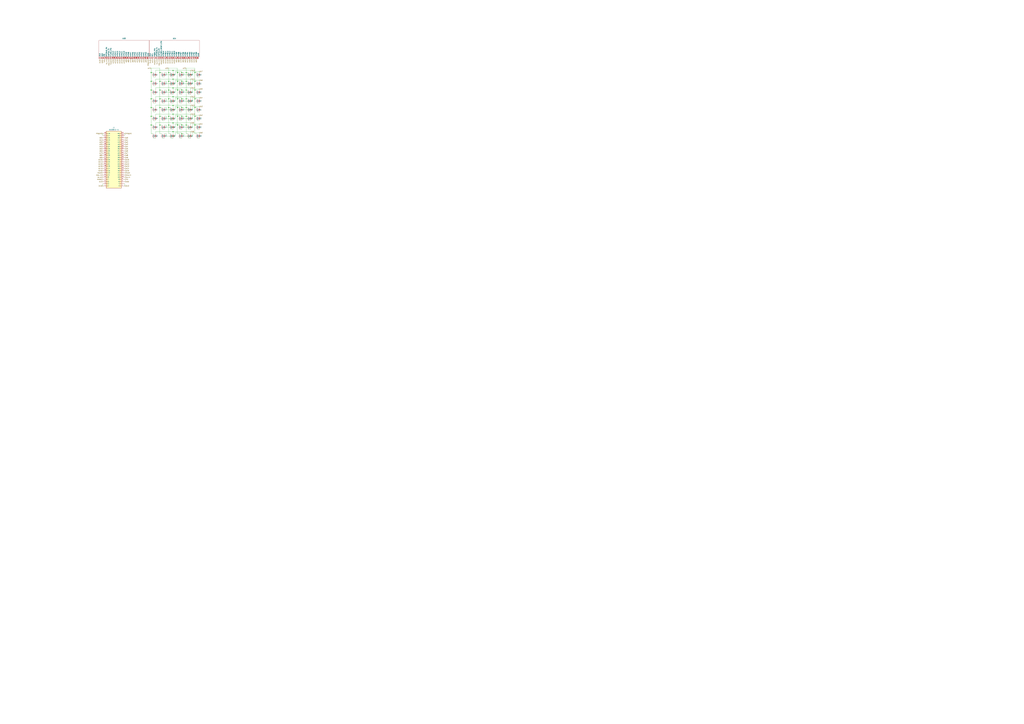
<source format=kicad_sch>
(kicad_sch (version 20230121) (generator eeschema)
  (paper "A0")
  (junction (at 175.514 124.968))
  (junction (at 216.154 94.488))
  (junction (at 211.074 135.128))
  (junction (at 185.674 94.488))
  (junction (at 226.314 124.968))
  (junction (at 185.674 145.288))
  (junction (at 175.514 145.288))
  (junction (at 211.074 124.968))
  (junction (at 200.914 102.108))
  (junction (at 195.834 104.648))
  (junction (at 205.994 145.288))
  (junction (at 200.914 91.948))
  (junction (at 216.154 84.328))
  (junction (at 200.914 122.428))
  (junction (at 185.674 84.328))
  (junction (at 195.834 124.968))
  (junction (at 195.834 145.288))
  (junction (at 211.074 104.648))
  (junction (at 195.834 94.488))
  (junction (at 216.154 145.288))
  (junction (at 211.074 84.328))
  (junction (at 205.994 114.808))
  (junction (at 175.514 114.808))
  (junction (at 200.914 132.588))
  (junction (at 195.834 84.328))
  (junction (at 200.914 81.788))
  (junction (at 216.154 124.968))
  (junction (at 200.914 112.268))
  (junction (at 185.674 124.968))
  (junction (at 226.314 135.128))
  (junction (at 185.674 135.128))
  (junction (at 211.074 94.488))
  (junction (at 211.074 114.808))
  (junction (at 205.994 124.968))
  (junction (at 185.674 104.648))
  (junction (at 211.074 145.288))
  (junction (at 216.154 114.808))
  (junction (at 195.834 114.808))
  (junction (at 185.674 114.808))
  (junction (at 205.994 84.328))
  (junction (at 175.514 104.648))
  (junction (at 216.154 104.648))
  (junction (at 200.914 152.908))
  (junction (at 205.994 94.488))
  (junction (at 175.514 135.128))
  (junction (at 216.154 135.128))
  (junction (at 211.074 155.448))
  (junction (at 226.314 114.808))
  (junction (at 205.994 135.128))
  (junction (at 205.994 104.648))
  (junction (at 226.314 145.288))
  (junction (at 226.314 104.648))
  (junction (at 200.914 142.748))
  (junction (at 175.514 84.328))
  (junction (at 226.314 94.488))
  (junction (at 195.834 135.128))
  (junction (at 175.514 94.488))
  (junction (at 226.314 84.328))
  (wire (pts (xy 216.154 79.248) (xy 216.154 84.328)))
  (wire (pts (xy 213.614 114.808) (xy 213.614 117.348)))
  (wire (pts (xy 211.074 144.018) (xy 211.074 145.288)))
  (wire (pts (xy 223.774 86.868) (xy 223.774 83.058)))
  (wire (pts (xy 213.614 94.488) (xy 213.614 97.028)))
  (wire (pts (xy 200.914 81.788) (xy 221.234 81.788)))
  (wire (pts (xy 188.214 150.368) (xy 190.754 150.368)))
  (wire (pts (xy 185.674 114.808) (xy 188.214 114.808)))
  (wire (pts (xy 231.394 83.058) (xy 231.394 84.328)))
  (wire (pts (xy 226.314 135.128) (xy 226.314 145.288)))
  (wire (pts (xy 213.614 97.028) (xy 223.774 97.028)))
  (wire (pts (xy 226.314 104.648) (xy 228.854 104.648)))
  (wire (pts (xy 205.994 114.808) (xy 205.994 124.968)))
  (wire (pts (xy 226.314 94.488) (xy 226.314 104.648)))
  (wire (pts (xy 211.074 155.448) (xy 213.614 155.448)))
  (wire (pts (xy 180.594 135.128) (xy 180.594 132.588)))
  (wire (pts (xy 205.994 145.288) (xy 205.994 155.448)))
  (wire (pts (xy 205.994 84.328) (xy 205.994 94.488)))
  (wire (pts (xy 190.754 145.288) (xy 193.294 145.288)))
  (wire (pts (xy 208.534 89.408) (xy 211.074 89.408)))
  (wire (pts (xy 228.854 119.888) (xy 231.394 119.888)))
  (wire (pts (xy 190.754 94.488) (xy 193.294 94.488)))
  (wire (pts (xy 193.294 86.868) (xy 203.454 86.868)))
  (wire (pts (xy 198.374 140.208) (xy 200.914 140.208)))
  (wire (pts (xy 216.154 135.128) (xy 218.694 135.128)))
  (wire (pts (xy 195.834 135.128) (xy 195.834 145.288)))
  (wire (pts (xy 203.454 97.028) (xy 203.454 93.218)))
  (wire (pts (xy 178.054 84.328) (xy 175.514 84.328)))
  (wire (pts (xy 216.154 94.488) (xy 216.154 104.648)))
  (wire (pts (xy 213.614 135.128) (xy 213.614 137.668)))
  (wire (pts (xy 180.594 81.788) (xy 200.914 81.788)))
  (wire (pts (xy 218.694 160.528) (xy 221.234 160.528)))
  (wire (pts (xy 195.834 79.248) (xy 195.834 84.328)))
  (wire (pts (xy 226.314 124.968) (xy 228.854 124.968)))
  (wire (pts (xy 213.614 117.348) (xy 223.774 117.348)))
  (wire (pts (xy 175.514 155.448) (xy 178.054 155.448)))
  (wire (pts (xy 193.294 97.028) (xy 203.454 97.028)))
  (wire (pts (xy 226.314 135.128) (xy 228.854 135.128)))
  (wire (pts (xy 180.594 114.808) (xy 180.594 112.268)))
  (wire (pts (xy 200.914 112.268) (xy 221.234 112.268)))
  (wire (pts (xy 178.054 150.368) (xy 180.594 150.368)))
  (wire (pts (xy 188.214 160.528) (xy 190.754 160.528)))
  (wire (pts (xy 211.074 84.328) (xy 213.614 84.328)))
  (wire (pts (xy 213.614 145.288) (xy 213.614 147.828)))
  (wire (pts (xy 211.074 124.968) (xy 213.614 124.968)))
  (wire (pts (xy 203.454 157.988) (xy 203.454 154.178)))
  (wire (pts (xy 195.834 124.968) (xy 195.834 135.128)))
  (wire (pts (xy 213.614 86.868) (xy 223.774 86.868)))
  (wire (pts (xy 178.054 99.568) (xy 180.594 99.568)))
  (wire (pts (xy 216.154 114.808) (xy 218.694 114.808)))
  (wire (pts (xy 200.914 145.288) (xy 200.914 142.748)))
  (wire (pts (xy 216.154 94.488) (xy 218.694 94.488)))
  (wire (pts (xy 185.674 104.648) (xy 185.674 114.808)))
  (wire (pts (xy 211.074 113.538) (xy 211.074 114.808)))
  (wire (pts (xy 223.774 147.828) (xy 223.774 144.018)))
  (wire (pts (xy 193.294 84.328) (xy 193.294 86.868)))
  (wire (pts (xy 221.234 104.648) (xy 221.234 102.108)))
  (wire (pts (xy 205.994 79.248) (xy 195.834 79.248)))
  (wire (pts (xy 193.294 145.288) (xy 193.294 147.828)))
  (wire (pts (xy 226.314 114.808) (xy 226.314 124.968)))
  (wire (pts (xy 193.294 135.128) (xy 193.294 137.668)))
  (wire (pts (xy 198.374 119.888) (xy 200.914 119.888)))
  (wire (pts (xy 213.614 84.328) (xy 213.614 86.868)))
  (wire (pts (xy 205.994 94.488) (xy 208.534 94.488)))
  (wire (pts (xy 223.774 127.508) (xy 223.774 123.698)))
  (wire (pts (xy 221.234 102.108) (xy 200.914 102.108)))
  (wire (pts (xy 203.454 147.828) (xy 203.454 144.018)))
  (wire (pts (xy 193.294 117.348) (xy 203.454 117.348)))
  (wire (pts (xy 221.234 81.788) (xy 221.234 84.328)))
  (wire (pts (xy 226.314 84.328) (xy 226.314 79.248)))
  (wire (pts (xy 213.614 147.828) (xy 223.774 147.828)))
  (wire (pts (xy 213.614 104.648) (xy 213.614 107.188)))
  (wire (pts (xy 198.374 89.408) (xy 200.914 89.408)))
  (wire (pts (xy 175.514 145.288) (xy 178.054 145.288)))
  (wire (pts (xy 144.78 213.487) (xy 144.78 216.027)))
  (wire (pts (xy 226.314 124.968) (xy 226.314 135.128)))
  (wire (pts (xy 208.534 130.048) (xy 211.074 130.048)))
  (wire (pts (xy 185.674 94.488) (xy 185.674 104.648)))
  (wire (pts (xy 180.594 91.948) (xy 180.594 94.488)))
  (wire (pts (xy 203.454 93.218) (xy 211.074 93.218)))
  (wire (pts (xy 193.294 147.828) (xy 203.454 147.828)))
  (wire (pts (xy 223.774 103.378) (xy 231.394 103.378)))
  (wire (pts (xy 190.754 114.808) (xy 193.294 114.808)))
  (wire (pts (xy 180.594 112.268) (xy 200.914 112.268)))
  (wire (pts (xy 180.594 122.428) (xy 180.594 124.968)))
  (wire (pts (xy 226.314 145.288) (xy 226.314 155.448)))
  (wire (pts (xy 228.854 150.368) (xy 231.394 150.368)))
  (wire (pts (xy 200.914 102.108) (xy 180.594 102.108)))
  (wire (pts (xy 203.454 123.698) (xy 211.074 123.698)))
  (wire (pts (xy 221.234 155.448) (xy 221.234 152.908)))
  (wire (pts (xy 175.514 135.128) (xy 175.514 145.288)))
  (wire (pts (xy 178.054 140.208) (xy 180.594 140.208)))
  (wire (pts (xy 223.774 117.348) (xy 223.774 113.538)))
  (wire (pts (xy 216.154 104.648) (xy 218.694 104.648)))
  (wire (pts (xy 180.594 142.748) (xy 180.594 145.288)))
  (wire (pts (xy 203.454 86.868) (xy 203.454 83.058)))
  (wire (pts (xy 180.594 102.108) (xy 180.594 104.648)))
  (wire (pts (xy 185.674 155.448) (xy 188.214 155.448)))
  (wire (pts (xy 228.854 99.568) (xy 231.394 99.568)))
  (wire (pts (xy 185.674 114.808) (xy 185.674 124.968)))
  (wire (pts (xy 223.774 137.668) (xy 223.774 133.858)))
  (wire (pts (xy 226.314 104.648) (xy 226.314 114.808)))
  (wire (pts (xy 231.394 113.538) (xy 231.394 114.808)))
  (wire (pts (xy 195.834 94.488) (xy 198.374 94.488)))
  (wire (pts (xy 211.074 154.178) (xy 211.074 155.448)))
  (wire (pts (xy 180.594 84.328) (xy 180.594 81.788)))
  (wire (pts (xy 198.374 84.328) (xy 195.834 84.328)))
  (wire (pts (xy 185.674 145.288) (xy 188.214 145.288)))
  (wire (pts (xy 175.514 135.128) (xy 178.054 135.128)))
  (wire (pts (xy 178.054 130.048) (xy 180.594 130.048)))
  (wire (pts (xy 200.914 132.588) (xy 221.234 132.588)))
  (wire (pts (xy 175.514 79.248) (xy 175.514 84.328)))
  (wire (pts (xy 208.534 140.208) (xy 211.074 140.208)))
  (wire (pts (xy 200.914 112.268) (xy 200.914 114.808)))
  (wire (pts (xy 190.754 104.648) (xy 193.294 104.648)))
  (wire (pts (xy 203.454 83.058) (xy 211.074 83.058)))
  (wire (pts (xy 200.914 142.748) (xy 180.594 142.748)))
  (wire (pts (xy 185.674 84.328) (xy 185.674 94.488)))
  (wire (pts (xy 203.454 117.348) (xy 203.454 113.538)))
  (wire (pts (xy 218.694 119.888) (xy 221.234 119.888)))
  (wire (pts (xy 231.394 154.178) (xy 231.394 155.448)))
  (wire (pts (xy 208.534 160.528) (xy 211.074 160.528)))
  (wire (pts (xy 175.514 104.648) (xy 175.514 114.808)))
  (wire (pts (xy 216.154 84.328) (xy 216.154 94.488)))
  (wire (pts (xy 144.78 155.067) (xy 144.78 157.607)))
  (wire (pts (xy 223.774 123.698) (xy 231.394 123.698)))
  (wire (pts (xy 211.074 104.648) (xy 213.614 104.648)))
  (wire (pts (xy 216.154 104.648) (xy 216.154 114.808)))
  (wire (pts (xy 200.914 122.428) (xy 200.914 124.968)))
  (wire (pts (xy 175.514 94.488) (xy 175.514 104.648)))
  (wire (pts (xy 226.314 79.248) (xy 216.154 79.248)))
  (wire (pts (xy 216.154 145.288) (xy 216.154 155.448)))
  (wire (pts (xy 203.454 137.668) (xy 203.454 133.858)))
  (wire (pts (xy 228.854 84.328) (xy 226.314 84.328)))
  (wire (pts (xy 185.674 124.968) (xy 185.674 135.128)))
  (wire (pts (xy 231.394 93.218) (xy 231.394 94.488)))
  (wire (pts (xy 213.614 157.988) (xy 223.774 157.988)))
  (wire (pts (xy 205.994 104.648) (xy 208.534 104.648)))
  (wire (pts (xy 213.614 107.188) (xy 223.774 107.188)))
  (wire (pts (xy 180.594 152.908) (xy 200.914 152.908)))
  (wire (pts (xy 175.514 84.328) (xy 175.514 94.488)))
  (wire (pts (xy 193.294 137.668) (xy 203.454 137.668)))
  (wire (pts (xy 195.834 155.448) (xy 198.374 155.448)))
  (wire (pts (xy 175.514 114.808) (xy 175.514 124.968)))
  (wire (pts (xy 193.294 94.488) (xy 193.294 97.028)))
  (wire (pts (xy 221.234 142.748) (xy 221.234 145.288)))
  (wire (pts (xy 228.854 130.048) (xy 231.394 130.048)))
  (wire (pts (xy 193.294 155.448) (xy 193.294 157.988)))
  (wire (pts (xy 203.454 154.178) (xy 211.074 154.178)))
  (wire (pts (xy 175.514 124.968) (xy 178.054 124.968)))
  (wire (pts (xy 218.694 99.568) (xy 221.234 99.568)))
  (wire (pts (xy 190.754 155.448) (xy 193.294 155.448)))
  (wire (pts (xy 218.694 84.328) (xy 216.154 84.328)))
  (wire (pts (xy 205.994 145.288) (xy 208.534 145.288)))
  (wire (pts (xy 203.454 103.378) (xy 211.074 103.378)))
  (wire (pts (xy 223.774 107.188) (xy 223.774 103.378)))
  (wire (pts (xy 198.374 130.048) (xy 200.914 130.048)))
  (wire (pts (xy 211.074 145.288) (xy 213.614 145.288)))
  (wire (pts (xy 195.834 104.648) (xy 198.374 104.648)))
  (wire (pts (xy 198.374 99.568) (xy 200.914 99.568)))
  (wire (pts (xy 195.834 94.488) (xy 195.834 104.648)))
  (wire (pts (xy 178.054 89.408) (xy 180.594 89.408)))
  (wire (pts (xy 205.994 94.488) (xy 205.994 104.648)))
  (wire (pts (xy 208.534 150.368) (xy 211.074 150.368)))
  (wire (pts (xy 200.914 104.648) (xy 200.914 102.108)))
  (wire (pts (xy 178.054 160.528) (xy 180.594 160.528)))
  (wire (pts (xy 198.374 150.368) (xy 200.914 150.368)))
  (wire (pts (xy 200.914 152.908) (xy 200.914 155.448)))
  (wire (pts (xy 221.234 135.128) (xy 221.234 132.588)))
  (wire (pts (xy 119.38 213.487) (xy 119.38 216.027)))
  (wire (pts (xy 216.154 114.808) (xy 216.154 124.968)))
  (wire (pts (xy 175.514 124.968) (xy 175.514 135.128)))
  (wire (pts (xy 185.674 135.128) (xy 185.674 145.288)))
  (wire (pts (xy 221.234 94.488) (xy 221.234 91.948)))
  (wire (pts (xy 226.314 114.808) (xy 228.854 114.808)))
  (wire (pts (xy 218.694 109.728) (xy 221.234 109.728)))
  (wire (pts (xy 218.694 89.408) (xy 221.234 89.408)))
  (wire (pts (xy 203.454 133.858) (xy 211.074 133.858)))
  (wire (pts (xy 195.834 104.648) (xy 195.834 114.808)))
  (wire (pts (xy 226.314 84.328) (xy 226.314 94.488)))
  (wire (pts (xy 211.074 93.218) (xy 211.074 94.488)))
  (wire (pts (xy 200.914 132.588) (xy 200.914 135.128)))
  (wire (pts (xy 226.314 94.488) (xy 228.854 94.488)))
  (wire (pts (xy 223.774 97.028) (xy 223.774 93.218)))
  (wire (pts (xy 190.754 124.968) (xy 193.294 124.968)))
  (wire (pts (xy 228.854 109.728) (xy 231.394 109.728)))
  (wire (pts (xy 208.534 99.568) (xy 211.074 99.568)))
  (wire (pts (xy 213.614 124.968) (xy 213.614 127.508)))
  (wire (pts (xy 198.374 109.728) (xy 200.914 109.728)))
  (wire (pts (xy 221.234 91.948) (xy 200.914 91.948)))
  (wire (pts (xy 216.154 155.448) (xy 218.694 155.448)))
  (wire (pts (xy 175.514 94.488) (xy 178.054 94.488)))
  (wire (pts (xy 200.914 94.488) (xy 200.914 91.948)))
  (wire (pts (xy 218.694 130.048) (xy 221.234 130.048)))
  (wire (pts (xy 195.834 135.128) (xy 198.374 135.128)))
  (wire (pts (xy 208.534 109.728) (xy 211.074 109.728)))
  (wire (pts (xy 211.074 114.808) (xy 213.614 114.808)))
  (wire (pts (xy 205.994 84.328) (xy 205.994 79.248)))
  (wire (pts (xy 221.234 124.968) (xy 221.234 122.428)))
  (wire (pts (xy 231.394 103.378) (xy 231.394 104.648)))
  (wire (pts (xy 188.214 140.208) (xy 190.754 140.208)))
  (wire (pts (xy 193.294 124.968) (xy 193.294 127.508)))
  (wire (pts (xy 205.994 114.808) (xy 208.534 114.808)))
  (wire (pts (xy 203.454 113.538) (xy 211.074 113.538)))
  (wire (pts (xy 205.994 135.128) (xy 205.994 145.288)))
  (wire (pts (xy 188.214 119.888) (xy 190.754 119.888)))
  (wire (pts (xy 216.154 145.288) (xy 218.694 145.288)))
  (wire (pts (xy 188.214 89.408) (xy 190.754 89.408)))
  (wire (pts (xy 193.294 157.988) (xy 203.454 157.988)))
  (wire (pts (xy 188.214 130.048) (xy 190.754 130.048)))
  (wire (pts (xy 213.614 127.508) (xy 223.774 127.508)))
  (wire (pts (xy 223.774 93.218) (xy 231.394 93.218)))
  (wire (pts (xy 185.674 135.128) (xy 188.214 135.128)))
  (wire (pts (xy 211.074 135.128) (xy 213.614 135.128)))
  (wire (pts (xy 203.454 107.188) (xy 203.454 103.378)))
  (wire (pts (xy 185.674 145.288) (xy 185.674 155.448)))
  (wire (pts (xy 211.074 83.058) (xy 211.074 84.328)))
  (wire (pts (xy 213.614 155.448) (xy 213.614 157.988)))
  (wire (pts (xy 185.674 124.968) (xy 188.214 124.968)))
  (wire (pts (xy 185.674 79.248) (xy 175.514 79.248)))
  (wire (pts (xy 231.394 144.018) (xy 231.394 145.288)))
  (wire (pts (xy 180.594 132.588) (xy 200.914 132.588)))
  (wire (pts (xy 218.694 150.368) (xy 221.234 150.368)))
  (wire (pts (xy 228.854 160.528) (xy 231.394 160.528)))
  (wire (pts (xy 175.514 114.808) (xy 178.054 114.808)))
  (wire (pts (xy 211.074 94.488) (xy 213.614 94.488)))
  (wire (pts (xy 193.294 114.808) (xy 193.294 117.348)))
  (wire (pts (xy 228.854 89.408) (xy 231.394 89.408)))
  (wire (pts (xy 211.074 103.378) (xy 211.074 104.648)))
  (wire (pts (xy 195.834 114.808) (xy 198.374 114.808)))
  (wire (pts (xy 221.234 142.748) (xy 200.914 142.748)))
  (wire (pts (xy 195.834 124.968) (xy 198.374 124.968)))
  (wire (pts (xy 195.834 145.288) (xy 198.374 145.288)))
  (wire (pts (xy 193.294 107.188) (xy 203.454 107.188)))
  (wire (pts (xy 223.774 157.988) (xy 223.774 154.178)))
  (wire (pts (xy 119.38 155.067) (xy 119.38 157.607)))
  (wire (pts (xy 208.534 84.328) (xy 205.994 84.328)))
  (wire (pts (xy 231.394 133.858) (xy 231.394 135.128)))
  (wire (pts (xy 178.054 119.888) (xy 180.594 119.888)))
  (wire (pts (xy 188.214 84.328) (xy 185.674 84.328)))
  (wire (pts (xy 221.234 114.808) (xy 221.234 112.268)))
  (wire (pts (xy 200.914 91.948) (xy 180.594 91.948)))
  (wire (pts (xy 200.914 84.328) (xy 200.914 81.788)))
  (wire (pts (xy 231.394 123.698) (xy 231.394 124.968)))
  (wire (pts (xy 226.314 145.288) (xy 228.854 145.288)))
  (wire (pts (xy 216.154 135.128) (xy 216.154 145.288)))
  (wire (pts (xy 180.594 155.448) (xy 180.594 152.908)))
  (wire (pts (xy 188.214 109.728) (xy 190.754 109.728)))
  (wire (pts (xy 216.154 124.968) (xy 216.154 135.128)))
  (wire (pts (xy 175.514 104.648) (xy 178.054 104.648)))
  (wire (pts (xy 185.674 104.648) (xy 188.214 104.648)))
  (wire (pts (xy 213.614 137.668) (xy 223.774 137.668)))
  (wire (pts (xy 218.694 140.208) (xy 221.234 140.208)))
  (wire (pts (xy 208.534 119.888) (xy 211.074 119.888)))
  (wire (pts (xy 211.074 123.698) (xy 211.074 124.968)))
  (wire (pts (xy 223.774 133.858) (xy 231.394 133.858)))
  (wire (pts (xy 203.454 127.508) (xy 203.454 123.698)))
  (wire (pts (xy 223.774 113.538) (xy 231.394 113.538)))
  (wire (pts (xy 178.054 109.728) (xy 180.594 109.728)))
  (wire (pts (xy 195.834 145.288) (xy 195.834 155.448)))
  (wire (pts (xy 188.214 99.568) (xy 190.754 99.568)))
  (wire (pts (xy 226.314 155.448) (xy 228.854 155.448)))
  (wire (pts (xy 175.514 145.288) (xy 175.514 155.448)))
  (wire (pts (xy 223.774 83.058) (xy 231.394 83.058)))
  (wire (pts (xy 185.674 84.328) (xy 185.674 79.248)))
  (wire (pts (xy 223.774 154.178) (xy 231.394 154.178)))
  (wire (pts (xy 195.834 84.328) (xy 195.834 94.488)))
  (wire (pts (xy 205.994 124.968) (xy 208.534 124.968)))
  (wire (pts (xy 195.834 114.808) (xy 195.834 124.968)))
  (wire (pts (xy 193.294 127.508) (xy 203.454 127.508)))
  (wire (pts (xy 211.074 133.858) (xy 211.074 135.128)))
  (wire (pts (xy 228.854 140.208) (xy 231.394 140.208)))
  (wire (pts (xy 205.994 135.128) (xy 208.534 135.128)))
  (wire (pts (xy 190.754 84.328) (xy 193.294 84.328)))
  (wire (pts (xy 203.454 144.018) (xy 211.074 144.018)))
  (wire (pts (xy 193.294 104.648) (xy 193.294 107.188)))
  (wire (pts (xy 205.994 104.648) (xy 205.994 114.808)))
  (wire (pts (xy 216.154 124.968) (xy 218.694 124.968)))
  (wire (pts (xy 185.674 94.488) (xy 188.214 94.488)))
  (wire (pts (xy 200.914 152.908) (xy 221.234 152.908)))
  (wire (pts (xy 205.994 155.448) (xy 208.534 155.448)))
  (wire (pts (xy 198.374 160.528) (xy 200.914 160.528)))
  (wire (pts (xy 205.994 124.968) (xy 205.994 135.128)))
  (wire (pts (xy 221.234 122.428) (xy 200.914 122.428)))
  (wire (pts (xy 190.754 135.128) (xy 193.294 135.128)))
  (wire (pts (xy 200.914 122.428) (xy 180.594 122.428)))
  (wire (pts (xy 223.774 144.018) (xy 231.394 144.018)))
  (hierarchical_label "b9" (shape input) (at 119.38 183.007 180))
  (hierarchical_label "b0" (shape input) (at 227.838 68.58 270))
  (hierarchical_label "a4" (shape input) (at 175.514 79.248 180))
  (hierarchical_label "b2" (shape input) (at 119.38 165.227 180))
  (hierarchical_label "a1" (shape input) (at 144.78 162.687 0))
  (hierarchical_label "a12" (shape input) (at 138.938 68.58 270))
  (hierarchical_label "b12" (shape input) (at 119.38 190.627 180))
  (hierarchical_label "b3" (shape input) (at 119.38 167.767 180))
  (hierarchical_label "a10" (shape input) (at 144.78 185.547 0))
  (hierarchical_label "a5" (shape input) (at 144.78 172.847 0))
  (hierarchical_label "mbgnd" (shape input) (at 144.78 155.067 0))
  (hierarchical_label "rp_tx" (shape input) (at 119.38 205.867 180))
  (hierarchical_label "a15" (shape input) (at 144.78 198.247 0))
  (hierarchical_label "a3" (shape input) (at 161.798 68.58 270))
  (hierarchical_label "rp_rx" (shape input) (at 144.78 205.867 0))
  (hierarchical_label "a4" (shape input) (at 144.78 170.307 0))
  (hierarchical_label "a8" (shape input) (at 144.78 180.467 0))
  (hierarchical_label "a14" (shape input) (at 133.858 68.58 270))
  (hierarchical_label "3v3" (shape input) (at 119.38 216.027 180))
  (hierarchical_label "a11" (shape input) (at 144.78 188.087 0))
  (hierarchical_label "mode" (shape input) (at 179.578 68.58 270))
  (hierarchical_label "a10" (shape input) (at 144.018 68.58 270))
  (hierarchical_label "esp_rx" (shape input) (at 184.658 68.58 270))
  (hierarchical_label "a13" (shape input) (at 144.78 193.167 0))
  (hierarchical_label "rp_tx" (shape input) (at 182.118 68.58 270))
  (hierarchical_label "b3" (shape input) (at 220.218 68.58 270))
  (hierarchical_label "a7" (shape input) (at 144.78 177.927 0))
  (hierarchical_label "a4" (shape input) (at 159.258 68.58 270))
  (hierarchical_label "b15" (shape input) (at 119.38 198.247 180))
  (hierarchical_label "b10" (shape input) (at 221.234 132.588 0))
  (hierarchical_label "b9" (shape input) (at 204.978 68.58 270))
  (hierarchical_label "b5" (shape input) (at 215.138 68.58 270))
  (hierarchical_label "b10" (shape input) (at 119.38 185.547 180))
  (hierarchical_label "b15" (shape input) (at 221.234 81.788 0))
  (hierarchical_label "a2" (shape input) (at 216.154 79.248 180))
  (hierarchical_label "a15" (shape input) (at 131.318 68.58 270))
  (hierarchical_label "b15" (shape input) (at 189.738 68.58 270))
  (hierarchical_label "a11" (shape input) (at 141.478 68.58 270))
  (hierarchical_label "b8" (shape input) (at 221.234 152.908 0))
  (hierarchical_label "b9" (shape input) (at 221.234 142.748 0))
  (hierarchical_label "a7" (shape input) (at 151.638 68.58 270))
  (hierarchical_label "b6" (shape input) (at 231.394 93.218 0))
  (hierarchical_label "b7" (shape input) (at 119.38 177.927 180))
  (hierarchical_label "b5" (shape input) (at 231.394 103.378 0))
  (hierarchical_label "scl" (shape input) (at 177.038 68.58 270))
  (hierarchical_label "esp_tx" (shape input) (at 144.78 203.327 0))
  (hierarchical_label "b1" (shape input) (at 225.298 68.58 270))
  (hierarchical_label "a14" (shape input) (at 144.78 195.707 0))
  (hierarchical_label "b8" (shape input) (at 207.518 68.58 270))
  (hierarchical_label "b4" (shape input) (at 217.678 68.58 270))
  (hierarchical_label "b7" (shape input) (at 231.394 83.058 0))
  (hierarchical_label "a9" (shape input) (at 146.558 68.58 270))
  (hierarchical_label "b13" (shape input) (at 221.234 102.108 0))
  (hierarchical_label "a5" (shape input) (at 156.718 68.58 270))
  (hierarchical_label "b14" (shape input) (at 119.38 195.707 180))
  (hierarchical_label "b1" (shape input) (at 231.394 144.018 0))
  (hierarchical_label "b13" (shape input) (at 119.38 193.167 180))
  (hierarchical_label "3v3" (shape input) (at 144.78 216.027 0))
  (hierarchical_label "a6" (shape input) (at 144.78 175.387 0))
  (hierarchical_label "b11" (shape input) (at 199.898 68.58 270))
  (hierarchical_label "b8" (shape input) (at 119.38 180.467 180))
  (hierarchical_label "b4" (shape input) (at 119.38 170.307 180))
  (hierarchical_label "a3" (shape input) (at 144.78 167.767 0))
  (hierarchical_label "esp_tx" (shape input) (at 126.238 68.58 270))
  (hierarchical_label "a1" (shape input) (at 166.878 68.58 270))
  (hierarchical_label "b4" (shape input) (at 231.394 113.538 0))
  (hierarchical_label "b11" (shape input) (at 119.38 188.087 180))
  (hierarchical_label "b2" (shape input) (at 231.394 133.858 0))
  (hierarchical_label "b0" (shape input) (at 119.38 160.147 180))
  (hierarchical_label "sda" (shape input) (at 118.618 68.58 270))
  (hierarchical_label "a8" (shape input) (at 149.098 68.58 270))
  (hierarchical_label "b12" (shape input) (at 221.234 112.268 0))
  (hierarchical_label "b3" (shape input) (at 231.394 123.698 0))
  (hierarchical_label "b6" (shape input) (at 119.38 175.387 180))
  (hierarchical_label "int" (shape input) (at 144.78 208.407 0))
  (hierarchical_label "a9" (shape input) (at 144.78 183.007 0))
  (hierarchical_label "reset" (shape input) (at 119.38 200.787 180))
  (hierarchical_label "mbgnd" (shape input) (at 119.38 155.067 180))
  (hierarchical_label "rp_rx" (shape input) (at 123.698 68.58 270))
  (hierarchical_label "b10" (shape input) (at 202.438 68.58 270))
  (hierarchical_label "b11" (shape input) (at 221.234 122.428 0))
  (hierarchical_label "a3" (shape input) (at 195.834 79.248 180))
  (hierarchical_label "a2" (shape input) (at 164.338 68.58 270))
  (hierarchical_label "3v3" (shape input) (at 174.498 68.58 270))
  (hierarchical_label "b14" (shape input) (at 192.278 68.58 270))
  (hierarchical_label "b12" (shape input) (at 197.358 68.58 270))
  (hierarchical_label "scl" (shape input) (at 119.38 210.947 180))
  (hierarchical_label "a13" (shape input) (at 136.398 68.58 270))
  (hierarchical_label "a0" (shape input) (at 169.418 68.58 270))
  (hierarchical_label "b2" (shape input) (at 222.758 68.58 270))
  (hierarchical_label "b0" (shape input) (at 231.394 154.178 0))
  (hierarchical_label "mode" (shape input) (at 119.38 208.407 180))
  (hierarchical_label "3v3" (shape input) (at 116.078 68.58 270))
  (hierarchical_label "sda" (shape input) (at 144.78 210.947 0))
  (hierarchical_label "mbgnd" (shape input) (at 171.958 68.58 270))
  (hierarchical_label "b6" (shape input) (at 212.598 68.58 270))
  (hierarchical_label "int" (shape input) (at 121.158 68.58 270))
  (hierarchical_label "a2" (shape input) (at 144.78 165.227 0))
  (hierarchical_label "b14" (shape input) (at 221.234 91.948 0))
  (hierarchical_label "a12" (shape input) (at 144.78 190.627 0))
  (hierarchical_label "a0" (shape input) (at 144.78 160.147 0))
  (hierarchical_label "a6" (shape input) (at 154.178 68.58 270))
  (hierarchical_label "b7" (shape input) (at 210.058 68.58 270))
  (hierarchical_label "b13" (shape input) (at 194.818 68.58 270))
  (hierarchical_label "flash" (shape input) (at 144.78 200.787 0))
  (hierarchical_label "esp_rx" (shape input) (at 119.38 203.327 180))
  (hierarchical_label "b1" (shape input) (at 119.38 162.687 180))
  (hierarchical_label "b5" (shape input) (at 119.38 172.847 180))
  (hierarchical_label "reset" (shape input) (at 187.198 68.58 270))
  (hierarchical_label "flash" (shape input) (at 128.778 68.58 270))
  (symbol (lib_name "diode_1") (lib_id "custom:diode") (at 231.394 117.348 270) (unit 1)
    (property "Reference" "D46" (at 233.172 117.348 0) (effects (font (size 0.635 0.635))))
    (property "Value" "~" (at 231.394 117.348 0))
    (property "Footprint" "footprints:SMA_SDS" (effects hide))
  )
  (symbol (lib_id "custom:SW_Push_Small") (at 208.534 147.828 90) (unit 1)
    (property "Reference" "SW33" (at 209.296 146.558 0) (effects (font (size 0.635 0.635)) (justify right)))
    (property "Value" "~" (at 208.534 147.828 0))
    (property "Footprint" "Button_Switch_SMD:SW_Tactile_SPST_NO_Straight_CK_PTS636Sx25SMTRLFS" (effects hide))
  )
  (symbol (lib_name "diode_1") (lib_id "custom:diode") (at 211.074 107.188 270) (unit 1)
    (property "Reference" "D29" (at 212.852 107.188 0) (effects (font (size 0.635 0.635))))
    (property "Value" "~" (at 211.074 107.188 0))
    (property "Footprint" "footprints:SMA_SDS" (effects hide))
  )
  (symbol (lib_id "custom:SW_Push_Small") (at 228.854 137.668 90) (unit 1)
    (property "Reference" "SW48" (at 229.616 136.398 0) (effects (font (size 0.635 0.635)) (justify right)))
    (property "Value" "~" (at 228.854 137.668 0))
    (property "Footprint" "Button_Switch_SMD:SW_Tactile_SPST_NO_Straight_CK_PTS636Sx25SMTRLFS" (effects hide))
  )
  (symbol (lib_name "diode_1") (lib_id "custom:diode") (at 221.234 86.868 270) (unit 1)
    (property "Reference" "D35" (at 223.012 86.868 0) (effects (font (size 0.635 0.635))))
    (property "Value" "~" (at 221.234 86.868 0))
    (property "Footprint" "footprints:SMA_SDS" (effects hide))
  )
  (symbol (lib_name "diode_1") (lib_id "custom:diode") (at 221.234 157.988 270) (unit 1)
    (property "Reference" "D42" (at 223.012 157.988 0) (effects (font (size 0.635 0.635))))
    (property "Value" "~" (at 221.234 157.988 0))
    (property "Footprint" "footprints:SMA_SDS" (effects hide))
  )
  (symbol (lib_name "diode_1") (lib_id "custom:diode") (at 221.234 137.668 270) (unit 1)
    (property "Reference" "D40" (at 223.012 137.668 0) (effects (font (size 0.635 0.635))))
    (property "Value" "~" (at 221.234 137.668 0))
    (property "Footprint" "footprints:SMA_SDS" (effects hide))
  )
  (symbol (lib_name "diode_1") (lib_id "custom:diode") (at 211.074 127.508 270) (unit 1)
    (property "Reference" "D31" (at 212.852 127.508 0) (effects (font (size 0.635 0.635))))
    (property "Value" "~" (at 211.074 127.508 0))
    (property "Footprint" "footprints:SMA_SDS" (effects hide))
  )
  (symbol (lib_name "diode_1") (lib_id "custom:diode") (at 231.394 127.508 270) (unit 1)
    (property "Reference" "D47" (at 233.172 127.508 0) (effects (font (size 0.635 0.635))))
    (property "Value" "~" (at 231.394 127.508 0))
    (property "Footprint" "footprints:SMA_SDS" (effects hide))
  )
  (symbol (lib_id "custom:SW_Push_Small") (at 178.054 157.988 90) (unit 1)
    (property "Reference" "SW10" (at 178.816 156.718 0) (effects (font (size 0.635 0.635)) (justify right)))
    (property "Value" "~" (at 178.054 157.988 0))
    (property "Footprint" "Button_Switch_SMD:SW_Tactile_SPST_NO_Straight_CK_PTS636Sx25SMTRLFS" (effects hide))
  )
  (symbol (lib_name "diode_1") (lib_id "custom:diode") (at 200.914 127.508 270) (unit 1)
    (property "Reference" "D23" (at 202.692 127.508 0) (effects (font (size 0.635 0.635))))
    (property "Value" "~" (at 200.914 127.508 0))
    (property "Footprint" "footprints:SMA_SDS" (effects hide))
  )
  (symbol (lib_name "diode_1") (lib_id "custom:diode") (at 200.914 137.668 270) (unit 1)
    (property "Reference" "D24" (at 202.692 137.668 0) (effects (font (size 0.635 0.635))))
    (property "Value" "~" (at 200.914 137.668 0))
    (property "Footprint" "footprints:SMA_SDS" (effects hide))
  )
  (symbol (lib_id "custom:SW_Push_Small") (at 198.374 147.828 90) (unit 1)
    (property "Reference" "SW25" (at 199.136 146.558 0) (effects (font (size 0.635 0.635)) (justify right)))
    (property "Value" "~" (at 198.374 147.828 0))
    (property "Footprint" "Button_Switch_SMD:SW_Tactile_SPST_NO_Straight_CK_PTS636Sx25SMTRLFS" (effects hide))
  )
  (symbol (lib_id "custom:SW_Push_Small") (at 188.214 117.348 90) (unit 1)
    (property "Reference" "SW14" (at 188.976 116.078 0) (effects (font (size 0.635 0.635)) (justify right)))
    (property "Value" "~" (at 188.214 117.348 0))
    (property "Footprint" "Button_Switch_SMD:SW_Tactile_SPST_NO_Straight_CK_PTS636Sx25SMTRLFS" (effects hide))
  )
  (symbol (lib_id "custom:SW_Push_Small") (at 218.694 86.868 90) (unit 1)
    (property "Reference" "SW35" (at 219.456 85.598 0) (effects (font (size 0.635 0.635)) (justify right)))
    (property "Value" "~" (at 218.694 86.868 0))
    (property "Footprint" "Button_Switch_SMD:SW_Tactile_SPST_NO_Straight_CK_PTS636Sx25SMTRLFS" (effects hide))
  )
  (symbol (lib_name "diode_1") (lib_id "custom:diode") (at 231.394 147.828 270) (unit 1)
    (property "Reference" "D49" (at 233.172 147.828 0) (effects (font (size 0.635 0.635))))
    (property "Value" "~" (at 231.394 147.828 0))
    (property "Footprint" "footprints:SMA_SDS" (effects hide))
  )
  (symbol (lib_id "custom:SW_Push_Small") (at 218.694 117.348 90) (unit 1)
    (property "Reference" "SW38" (at 219.456 116.078 0) (effects (font (size 0.635 0.635)) (justify right)))
    (property "Value" "~" (at 218.694 117.348 0))
    (property "Footprint" "Button_Switch_SMD:SW_Tactile_SPST_NO_Straight_CK_PTS636Sx25SMTRLFS" (effects hide))
  )
  (symbol (lib_name "diode_1") (lib_id "custom:diode") (at 231.394 157.988 270) (unit 1)
    (property "Reference" "D50" (at 233.172 157.988 0) (effects (font (size 0.635 0.635))))
    (property "Value" "~" (at 231.394 157.988 0))
    (property "Footprint" "footprints:SMA_SDS" (effects hide))
  )
  (symbol (lib_name "diode_1") (lib_id "custom:diode") (at 180.594 117.348 270) (unit 1)
    (property "Reference" "D6" (at 182.372 117.348 0) (effects (font (size 0.635 0.635))))
    (property "Value" "~" (at 180.594 117.348 0))
    (property "Footprint" "footprints:SMA_SDS" (effects hide))
  )
  (symbol (lib_name "diode_1") (lib_id "custom:diode") (at 211.074 117.348 270) (unit 1)
    (property "Reference" "D30" (at 212.852 117.348 0) (effects (font (size 0.635 0.635))))
    (property "Value" "~" (at 211.074 117.348 0))
    (property "Footprint" "footprints:SMA_SDS" (effects hide))
  )
  (symbol (lib_name "diode_1") (lib_id "custom:diode") (at 180.594 97.028 270) (unit 1)
    (property "Reference" "D4" (at 182.372 97.028 0) (effects (font (size 0.635 0.635))))
    (property "Value" "~" (at 180.594 97.028 0))
    (property "Footprint" "footprints:SMA_SDS" (effects hide))
  )
  (symbol (lib_id "custom:SW_Push_Small") (at 208.534 127.508 90) (unit 1)
    (property "Reference" "SW31" (at 209.296 126.238 0) (effects (font (size 0.635 0.635)) (justify right)))
    (property "Value" "~" (at 208.534 127.508 0))
    (property "Footprint" "Button_Switch_SMD:SW_Tactile_SPST_NO_Straight_CK_PTS636Sx25SMTRLFS" (effects hide))
  )
  (symbol (lib_id "custom:SW_Push_Small") (at 188.214 137.668 90) (unit 1)
    (property "Reference" "SW16" (at 188.976 136.398 0) (effects (font (size 0.635 0.635)) (justify right)))
    (property "Value" "~" (at 188.214 137.668 0))
    (property "Footprint" "Button_Switch_SMD:SW_Tactile_SPST_NO_Straight_CK_PTS636Sx25SMTRLFS" (effects hide))
  )
  (symbol (lib_name "diode_1") (lib_id "custom:diode") (at 231.394 107.188 270) (unit 1)
    (property "Reference" "D45" (at 233.172 107.188 0) (effects (font (size 0.635 0.635))))
    (property "Value" "~" (at 231.394 107.188 0))
    (property "Footprint" "footprints:SMA_SDS" (effects hide))
  )
  (symbol (lib_name "diode_1") (lib_id "custom:diode") (at 231.394 97.028 270) (unit 1)
    (property "Reference" "D44" (at 233.172 97.028 0) (effects (font (size 0.635 0.635))))
    (property "Value" "~" (at 231.394 97.028 0))
    (property "Footprint" "footprints:SMA_SDS" (effects hide))
  )
  (symbol (lib_id "custom:SW_Push_Small") (at 228.854 107.188 90) (unit 1)
    (property "Reference" "SW45" (at 229.616 105.918 0) (effects (font (size 0.635 0.635)) (justify right)))
    (property "Value" "~" (at 228.854 107.188 0))
    (property "Footprint" "Button_Switch_SMD:SW_Tactile_SPST_NO_Straight_CK_PTS636Sx25SMTRLFS" (effects hide))
  )
  (symbol (lib_id "custom:SW_Push_Small") (at 228.854 157.988 90) (unit 1)
    (property "Reference" "SW50" (at 229.616 156.718 0) (effects (font (size 0.635 0.635)) (justify right)))
    (property "Value" "~" (at 228.854 157.988 0))
    (property "Footprint" "Button_Switch_SMD:SW_Tactile_SPST_NO_Straight_CK_PTS636Sx25SMTRLFS" (effects hide))
  )
  (symbol (lib_id "custom:SW_Push_Small") (at 198.374 157.988 90) (unit 1)
    (property "Reference" "SW26" (at 199.136 156.718 0) (effects (font (size 0.635 0.635)) (justify right)))
    (property "Value" "~" (at 198.374 157.988 0))
    (property "Footprint" "Button_Switch_SMD:SW_Tactile_SPST_NO_Straight_CK_PTS636Sx25SMTRLFS" (effects hide))
  )
  (symbol (lib_id "custom:edge-connector") (at 202.438 56.515 90) (unit 1)
    (property "Reference" "U1" (at 202.438 44.704 90))
    (property "Value" "~" (at 180.1964 63.0953 0))
    (property "Footprint" "5530843_5:edge" (effects hide))
  )
  (symbol (lib_name "diode_1") (lib_id "custom:diode") (at 180.594 157.988 270) (unit 1)
    (property "Reference" "D10" (at 182.372 157.988 0) (effects (font (size 0.635 0.635))))
    (property "Value" "~" (at 180.594 157.988 0))
    (property "Footprint" "footprints:SMA_SDS" (effects hide))
  )
  (symbol (lib_id "custom:SW_Push_Small") (at 228.854 97.028 90) (unit 1)
    (property "Reference" "SW44" (at 229.616 95.758 0) (effects (font (size 0.635 0.635)) (justify right)))
    (property "Value" "~" (at 228.854 97.028 0))
    (property "Footprint" "Button_Switch_SMD:SW_Tactile_SPST_NO_Straight_CK_PTS636Sx25SMTRLFS" (effects hide))
  )
  (symbol (lib_name "diode_1") (lib_id "custom:diode") (at 221.234 147.828 270) (unit 1)
    (property "Reference" "D41" (at 223.012 147.828 0) (effects (font (size 0.635 0.635))))
    (property "Value" "~" (at 221.234 147.828 0))
    (property "Footprint" "footprints:SMA_SDS" (effects hide))
  )
  (symbol (lib_name "diode_1") (lib_id "custom:diode") (at 180.594 127.508 270) (unit 1)
    (property "Reference" "D7" (at 182.372 127.508 0) (effects (font (size 0.635 0.635))))
    (property "Value" "~" (at 180.594 127.508 0))
    (property "Footprint" "footprints:SMA_SDS" (effects hide))
  )
  (symbol (lib_id "custom:SW_Push_Small") (at 208.534 86.868 90) (unit 1)
    (property "Reference" "SW27" (at 209.296 85.598 0) (effects (font (size 0.635 0.635)) (justify right)))
    (property "Value" "~" (at 208.534 86.868 0))
    (property "Footprint" "Button_Switch_SMD:SW_Tactile_SPST_NO_Straight_CK_PTS636Sx25SMTRLFS" (effects hide))
  )
  (symbol (lib_name "diode_1") (lib_id "custom:diode") (at 211.074 97.028 270) (unit 1)
    (property "Reference" "D28" (at 212.852 97.028 0) (effects (font (size 0.635 0.635))))
    (property "Value" "~" (at 211.074 97.028 0))
    (property "Footprint" "footprints:SMA_SDS" (effects hide))
  )
  (symbol (lib_id "custom:SW_Push_Small") (at 218.694 147.828 90) (unit 1)
    (property "Reference" "SW41" (at 219.456 146.558 0) (effects (font (size 0.635 0.635)) (justify right)))
    (property "Value" "~" (at 218.694 147.828 0))
    (property "Footprint" "Button_Switch_SMD:SW_Tactile_SPST_NO_Straight_CK_PTS636Sx25SMTRLFS" (effects hide))
  )
  (symbol (lib_id "custom:SW_Push_Small") (at 218.694 157.988 90) (unit 1)
    (property "Reference" "SW42" (at 219.456 156.718 0) (effects (font (size 0.635 0.635)) (justify right)))
    (property "Value" "~" (at 218.694 157.988 0))
    (property "Footprint" "Button_Switch_SMD:SW_Tactile_SPST_NO_Straight_CK_PTS636Sx25SMTRLFS" (effects hide))
  )
  (symbol (lib_id "custom:edge-connector") (at 144.018 56.515 90) (unit 2)
    (property "Reference" "U1" (at 144.018 44.704 90))
    (property "Value" "~" (at 121.7764 63.0953 0))
    (property "Footprint" "5530843_5:edge" (effects hide))
  )
  (symbol (lib_id "custom:SW_Push_Small") (at 228.854 147.828 90) (unit 1)
    (property "Reference" "SW49" (at 229.616 146.558 0) (effects (font (size 0.635 0.635)) (justify right)))
    (property "Value" "~" (at 228.854 147.828 0))
    (property "Footprint" "Button_Switch_SMD:SW_Tactile_SPST_NO_Straight_CK_PTS636Sx25SMTRLFS" (effects hide))
  )
  (symbol (lib_id "custom:SW_Push_Small") (at 208.534 97.028 90) (unit 1)
    (property "Reference" "SW28" (at 209.296 95.758 0) (effects (font (size 0.635 0.635)) (justify right)))
    (property "Value" "~" (at 208.534 97.028 0))
    (property "Footprint" "Button_Switch_SMD:SW_Tactile_SPST_NO_Straight_CK_PTS636Sx25SMTRLFS" (effects hide))
  )
  (symbol (lib_id "custom:SW_Push_Small") (at 198.374 97.028 90) (unit 1)
    (property "Reference" "SW20" (at 199.136 95.758 0) (effects (font (size 0.635 0.635)) (justify right)))
    (property "Value" "~" (at 198.374 97.028 0))
    (property "Footprint" "Button_Switch_SMD:SW_Tactile_SPST_NO_Straight_CK_PTS636Sx25SMTRLFS" (effects hide))
  )
  (symbol (lib_name "diode_1") (lib_id "custom:diode") (at 200.914 107.188 270) (unit 1)
    (property "Reference" "D21" (at 202.692 107.188 0) (effects (font (size 0.635 0.635))))
    (property "Value" "~" (at 200.914 107.188 0))
    (property "Footprint" "footprints:SMA_SDS" (effects hide))
  )
  (symbol (lib_id "custom:SW_Push_Small") (at 198.374 107.188 90) (unit 1)
    (property "Reference" "SW21" (at 199.136 105.918 0) (effects (font (size 0.635 0.635)) (justify right)))
    (property "Value" "~" (at 198.374 107.188 0))
    (property "Footprint" "Button_Switch_SMD:SW_Tactile_SPST_NO_Straight_CK_PTS636Sx25SMTRLFS" (effects hide))
  )
  (symbol (lib_id "custom:SW_Push_Small") (at 198.374 127.508 90) (unit 1)
    (property "Reference" "SW23" (at 199.136 126.238 0) (effects (font (size 0.635 0.635)) (justify right)))
    (property "Value" "~" (at 198.374 127.508 0))
    (property "Footprint" "Button_Switch_SMD:SW_Tactile_SPST_NO_Straight_CK_PTS636Sx25SMTRLFS" (effects hide))
  )
  (symbol (lib_id "custom:SW_Push_Small") (at 208.534 157.988 90) (unit 1)
    (property "Reference" "SW34" (at 209.296 156.718 0) (effects (font (size 0.635 0.635)) (justify right)))
    (property "Value" "~" (at 208.534 157.988 0))
    (property "Footprint" "Button_Switch_SMD:SW_Tactile_SPST_NO_Straight_CK_PTS636Sx25SMTRLFS" (effects hide))
  )
  (symbol (lib_id "custom:SW_Push_Small") (at 178.054 117.348 90) (unit 1)
    (property "Reference" "SW6" (at 178.816 116.078 0) (effects (font (size 0.635 0.635)) (justify right)))
    (property "Value" "~" (at 178.054 117.348 0))
    (property "Footprint" "Button_Switch_SMD:SW_Tactile_SPST_NO_Straight_CK_PTS636Sx25SMTRLFS" (effects hide))
  )
  (symbol (lib_name "diode_1") (lib_id "custom:diode") (at 200.914 117.348 270) (unit 1)
    (property "Reference" "D22" (at 202.692 117.348 0) (effects (font (size 0.635 0.635))))
    (property "Value" "~" (at 200.914 117.348 0))
    (property "Footprint" "footprints:SMA_SDS" (effects hide))
  )
  (symbol (lib_name "diode_1") (lib_id "custom:diode") (at 231.394 86.868 270) (unit 1)
    (property "Reference" "D43" (at 233.172 86.868 0) (effects (font (size 0.635 0.635))))
    (property "Value" "~" (at 231.394 86.868 0))
    (property "Footprint" "footprints:SMA_SDS" (effects hide))
  )
  (symbol (lib_name "diode_1") (lib_id "custom:diode") (at 180.594 107.188 270) (unit 1)
    (property "Reference" "D5" (at 182.372 107.188 0) (effects (font (size 0.635 0.635))))
    (property "Value" "~" (at 180.594 107.188 0))
    (property "Footprint" "footprints:SMA_SDS" (effects hide))
  )
  (symbol (lib_id "custom:SW_Push_Small") (at 178.054 86.868 90) (unit 1)
    (property "Reference" "SW2" (at 178.816 85.598 0) (effects (font (size 0.635 0.635)) (justify right)))
    (property "Value" "~" (at 178.054 86.868 0))
    (property "Footprint" "Button_Switch_SMD:SW_Tactile_SPST_NO_Straight_CK_PTS636Sx25SMTRLFS" (effects hide))
  )
  (symbol (lib_name "diode_1") (lib_id "custom:diode") (at 190.754 107.188 270) (unit 1)
    (property "Reference" "D13" (at 192.532 107.188 0) (effects (font (size 0.635 0.635))))
    (property "Value" "~" (at 190.754 107.188 0))
    (property "Footprint" "footprints:SMA_SDS" (effects hide))
  )
  (symbol (lib_id "custom:SW_Push_Small") (at 188.214 157.988 90) (unit 1)
    (property "Reference" "SW18" (at 188.976 156.718 0) (effects (font (size 0.635 0.635)) (justify right)))
    (property "Value" "~" (at 188.214 157.988 0))
    (property "Footprint" "Button_Switch_SMD:SW_Tactile_SPST_NO_Straight_CK_PTS636Sx25SMTRLFS" (effects hide))
  )
  (symbol (lib_name "diode_1") (lib_id "custom:diode") (at 211.074 147.828 270) (unit 1)
    (property "Reference" "D33" (at 212.852 147.828 0) (effects (font (size 0.635 0.635))))
    (property "Value" "~" (at 211.074 147.828 0))
    (property "Footprint" "footprints:SMA_SDS" (effects hide))
  )
  (symbol (lib_name "diode_1") (lib_id "custom:diode") (at 180.594 86.868 270) (unit 1)
    (property "Reference" "D1" (at 182.372 86.868 0) (effects (font (size 0.635 0.635))))
    (property "Value" "~" (at 180.594 86.868 0))
    (property "Footprint" "footprints:SMA_SDS" (effects hide))
  )
  (symbol (lib_id "custom:SW_Push_Small") (at 208.534 107.188 90) (unit 1)
    (property "Reference" "SW29" (at 209.296 105.918 0) (effects (font (size 0.635 0.635)) (justify right)))
    (property "Value" "~" (at 208.534 107.188 0))
    (property "Footprint" "Button_Switch_SMD:SW_Tactile_SPST_NO_Straight_CK_PTS636Sx25SMTRLFS" (effects hide))
  )
  (symbol (lib_name "diode_1") (lib_id "custom:diode") (at 231.394 137.668 270) (unit 1)
    (property "Reference" "D48" (at 233.172 137.668 0) (effects (font (size 0.635 0.635))))
    (property "Value" "~" (at 231.394 137.668 0))
    (property "Footprint" "footprints:SMA_SDS" (effects hide))
  )
  (symbol (lib_id "custom:SW_Push_Small") (at 218.694 97.028 90) (unit 1)
    (property "Reference" "SW36" (at 219.456 95.758 0) (effects (font (size 0.635 0.635)) (justify right)))
    (property "Value" "~" (at 218.694 97.028 0))
    (property "Footprint" "Button_Switch_SMD:SW_Tactile_SPST_NO_Straight_CK_PTS636Sx25SMTRLFS" (effects hide))
  )
  (symbol (lib_id "custom:SW_Push_Small") (at 178.054 107.188 90) (unit 1)
    (property "Reference" "SW5" (at 178.816 105.918 0) (effects (font (size 0.635 0.635)) (justify right)))
    (property "Value" "~" (at 178.054 107.188 0))
    (property "Footprint" "Button_Switch_SMD:SW_Tactile_SPST_NO_Straight_CK_PTS636Sx25SMTRLFS" (effects hide))
  )
  (symbol (lib_id "custom:SW_Push_Small") (at 188.214 127.508 90) (unit 1)
    (property "Reference" "SW15" (at 188.976 126.238 0) (effects (font (size 0.635 0.635)) (justify right)))
    (property "Value" "~" (at 188.214 127.508 0))
    (property "Footprint" "Button_Switch_SMD:SW_Tactile_SPST_NO_Straight_CK_PTS636Sx25SMTRLFS" (effects hide))
  )
  (symbol (lib_name "diode_1") (lib_id "custom:diode") (at 211.074 157.988 270) (unit 1)
    (property "Reference" "D34" (at 212.852 157.988 0) (effects (font (size 0.635 0.635))))
    (property "Value" "~" (at 211.074 157.988 0))
    (property "Footprint" "footprints:SMA_SDS" (effects hide))
  )
  (symbol (lib_name "diode_1") (lib_id "custom:diode") (at 190.754 97.028 270) (unit 1)
    (property "Reference" "D12" (at 192.532 97.028 0) (effects (font (size 0.635 0.635))))
    (property "Value" "~" (at 190.754 97.028 0))
    (property "Footprint" "footprints:SMA_SDS" (effects hide))
  )
  (symbol (lib_id "custom:SW_Push_Small") (at 228.854 127.508 90) (unit 1)
    (property "Reference" "SW47" (at 229.616 126.238 0) (effects (font (size 0.635 0.635)) (justify right)))
    (property "Value" "~" (at 228.854 127.508 0))
    (property "Footprint" "Button_Switch_SMD:SW_Tactile_SPST_NO_Straight_CK_PTS636Sx25SMTRLFS" (effects hide))
  )
  (symbol (lib_name "diode_1") (lib_id "custom:diode") (at 221.234 117.348 270) (unit 1)
    (property "Reference" "D38" (at 223.012 117.348 0) (effects (font (size 0.635 0.635))))
    (property "Value" "~" (at 221.234 117.348 0))
    (property "Footprint" "footprints:SMA_SDS" (effects hide))
  )
  (symbol (lib_id "custom:SW_Push_Small") (at 188.214 97.028 90) (unit 1)
    (property "Reference" "SW12" (at 188.976 95.758 0) (effects (font (size 0.635 0.635)) (justify right)))
    (property "Value" "~" (at 188.214 97.028 0))
    (property "Footprint" "Button_Switch_SMD:SW_Tactile_SPST_NO_Straight_CK_PTS636Sx25SMTRLFS" (effects hide))
  )
  (symbol (lib_name "diode_1") (lib_id "custom:diode") (at 200.914 147.828 270) (unit 1)
    (property "Reference" "D25" (at 202.692 147.828 0) (effects (font (size 0.635 0.635))))
    (property "Value" "~" (at 200.914 147.828 0))
    (property "Footprint" "footprints:SMA_SDS" (effects hide))
  )
  (symbol (lib_name "diode_1") (lib_id "custom:diode") (at 200.914 97.028 270) (unit 1)
    (property "Reference" "D20" (at 202.692 97.028 0) (effects (font (size 0.635 0.635))))
    (property "Value" "~" (at 200.914 97.028 0))
    (property "Footprint" "footprints:SMA_SDS" (effects hide))
  )
  (symbol (lib_name "diode_1") (lib_id "custom:diode") (at 200.914 86.868 270) (unit 1)
    (property "Reference" "D19" (at 202.692 86.868 0) (effects (font (size 0.635 0.635))))
    (property "Value" "~" (at 200.914 86.868 0))
    (property "Footprint" "footprints:SMA_SDS" (effects hide))
  )
  (symbol (lib_id "custom:SW_Push_Small") (at 218.694 127.508 90) (unit 1)
    (property "Reference" "SW39" (at 219.456 126.238 0) (effects (font (size 0.635 0.635)) (justify right)))
    (property "Value" "~" (at 218.694 127.508 0))
    (property "Footprint" "Button_Switch_SMD:SW_Tactile_SPST_NO_Straight_CK_PTS636Sx25SMTRLFS" (effects hide))
  )
  (symbol (lib_name "diode_1") (lib_id "custom:diode") (at 211.074 137.668 270) (unit 1)
    (property "Reference" "D32" (at 212.852 137.668 0) (effects (font (size 0.635 0.635))))
    (property "Value" "~" (at 211.074 137.668 0))
    (property "Footprint" "footprints:SMA_SDS" (effects hide))
  )
  (symbol (lib_id "custom:SW_Push_Small") (at 188.214 107.188 90) (unit 1)
    (property "Reference" "SW13" (at 188.976 105.918 0) (effects (font (size 0.635 0.635)) (justify right)))
    (property "Value" "~" (at 188.214 107.188 0))
    (property "Footprint" "Button_Switch_SMD:SW_Tactile_SPST_NO_Straight_CK_PTS636Sx25SMTRLFS" (effects hide))
  )
  (symbol (lib_id "custom:SW_Push_Small") (at 178.054 127.508 90) (unit 1)
    (property "Reference" "SW7" (at 178.816 126.238 0) (effects (font (size 0.635 0.635)) (justify right)))
    (property "Value" "~" (at 178.054 127.508 0))
    (property "Footprint" "Button_Switch_SMD:SW_Tactile_SPST_NO_Straight_CK_PTS636Sx25SMTRLFS" (effects hide))
  )
  (symbol (lib_name "diode_1") (lib_id "custom:diode") (at 190.754 147.828 270) (unit 1)
    (property "Reference" "D17" (at 192.532 147.828 0) (effects (font (size 0.635 0.635))))
    (property "Value" "~" (at 190.754 147.828 0))
    (property "Footprint" "footprints:SMA_SDS" (effects hide))
  )
  (symbol (lib_name "diode_1") (lib_id "custom:diode") (at 180.594 147.828 270) (unit 1)
    (property "Reference" "D9" (at 182.372 147.828 0) (effects (font (size 0.635 0.635))))
    (property "Value" "~" (at 180.594 147.828 0))
    (property "Footprint" "footprints:SMA_SDS" (effects hide))
  )
  (symbol (lib_name "diode_1") (lib_id "custom:diode") (at 221.234 97.028 270) (unit 1)
    (property "Reference" "D36" (at 223.012 97.028 0) (effects (font (size 0.635 0.635))))
    (property "Value" "~" (at 221.234 97.028 0))
    (property "Footprint" "footprints:SMA_SDS" (effects hide))
  )
  (symbol (lib_id "custom:SW_Push_Small") (at 198.374 117.348 90) (unit 1)
    (property "Reference" "SW22" (at 199.136 116.078 0) (effects (font (size 0.635 0.635)) (justify right)))
    (property "Value" "~" (at 198.374 117.348 0))
    (property "Footprint" "Button_Switch_SMD:SW_Tactile_SPST_NO_Straight_CK_PTS636Sx25SMTRLFS" (effects hide))
  )
  (symbol (lib_id "custom:SW_Push_Small") (at 188.214 86.868 90) (unit 1)
    (property "Reference" "SW11" (at 188.976 85.598 0) (effects (font (size 0.635 0.635)) (justify right)))
    (property "Value" "~" (at 188.214 86.868 0))
    (property "Footprint" "Button_Switch_SMD:SW_Tactile_SPST_NO_Straight_CK_PTS636Sx25SMTRLFS" (effects hide))
  )
  (symbol (lib_name "diode_1") (lib_id "custom:diode") (at 221.234 127.508 270) (unit 1)
    (property "Reference" "D39" (at 223.012 127.508 0) (effects (font (size 0.635 0.635))))
    (property "Value" "~" (at 221.234 127.508 0))
    (property "Footprint" "footprints:SMA_SDS" (effects hide))
  )
  (symbol (lib_name "diode_1") (lib_id "custom:diode") (at 200.914 157.988 270) (unit 1)
    (property "Reference" "D26" (at 202.692 157.988 0) (effects (font (size 0.635 0.635))))
    (property "Value" "~" (at 200.914 157.988 0))
    (property "Footprint" "footprints:SMA_SDS" (effects hide))
  )
  (symbol (lib_name "diode_1") (lib_id "custom:diode") (at 221.234 107.188 270) (unit 1)
    (property "Reference" "D37" (at 223.012 107.188 0) (effects (font (size 0.635 0.635))))
    (property "Value" "~" (at 221.234 107.188 0))
    (property "Footprint" "footprints:SMA_SDS" (effects hide))
  )
  (symbol (lib_id "custom:SW_Push_Small") (at 178.054 97.028 90) (unit 1)
    (property "Reference" "SW4" (at 178.816 95.758 0) (effects (font (size 0.635 0.635)) (justify right)))
    (property "Value" "~" (at 178.054 97.028 0))
    (property "Footprint" "Button_Switch_SMD:SW_Tactile_SPST_NO_Straight_CK_PTS636Sx25SMTRLFS" (effects hide))
  )
  (symbol (lib_name "diode_1") (lib_id "custom:diode") (at 190.754 86.868 270) (unit 1)
    (property "Reference" "D11" (at 192.532 86.868 0) (effects (font (size 0.635 0.635))))
    (property "Value" "~" (at 190.754 86.868 0))
    (property "Footprint" "footprints:SMA_SDS" (effects hide))
  )
  (symbol (lib_id "custom:SW_Push_Small") (at 188.214 147.828 90) (unit 1)
    (property "Reference" "SW17" (at 188.976 146.558 0) (effects (font (size 0.635 0.635)) (justify right)))
    (property "Value" "~" (at 188.214 147.828 0))
    (property "Footprint" "Button_Switch_SMD:SW_Tactile_SPST_NO_Straight_CK_PTS636Sx25SMTRLFS" (effects hide))
  )
  (symbol (lib_name "diode_1") (lib_id "custom:diode") (at 180.594 137.668 270) (unit 1)
    (property "Reference" "D8" (at 182.372 137.668 0) (effects (font (size 0.635 0.635))))
    (property "Value" "~" (at 180.594 137.668 0))
    (property "Footprint" "footprints:SMA_SDS" (effects hide))
  )
  (symbol (lib_name "diode_1") (lib_id "custom:diode") (at 190.754 117.348 270) (unit 1)
    (property "Reference" "D14" (at 192.532 117.348 0) (effects (font (size 0.635 0.635))))
    (property "Value" "~" (at 190.754 117.348 0))
    (property "Footprint" "footprints:SMA_SDS" (effects hide))
  )
  (symbol (lib_name "diode_1") (lib_id "custom:diode") (at 190.754 127.508 270) (unit 1)
    (property "Reference" "D15" (at 192.532 127.508 0) (effects (font (size 0.635 0.635))))
    (property "Value" "~" (at 190.754 127.508 0))
    (property "Footprint" "footprints:SMA_SDS" (effects hide))
  )
  (symbol (lib_id "custom:SW_Push_Small") (at 198.374 137.668 90) (unit 1)
    (property "Reference" "SW24" (at 199.136 136.398 0) (effects (font (size 0.635 0.635)) (justify right)))
    (property "Value" "~" (at 198.374 137.668 0))
    (property "Footprint" "Button_Switch_SMD:SW_Tactile_SPST_NO_Straight_CK_PTS636Sx25SMTRLFS" (effects hide))
  )
  (symbol (lib_id "custom:SW_Push_Small") (at 228.854 117.348 90) (unit 1)
    (property "Reference" "SW46" (at 229.616 116.078 0) (effects (font (size 0.635 0.635)) (justify right)))
    (property "Value" "~" (at 228.854 117.348 0))
    (property "Footprint" "Button_Switch_SMD:SW_Tactile_SPST_NO_Straight_CK_PTS636Sx25SMTRLFS" (effects hide))
  )
  (symbol (lib_id "custom:SW_Push_Small") (at 178.054 147.828 90) (unit 1)
    (property "Reference" "SW9" (at 178.816 146.558 0) (effects (font (size 0.635 0.635)) (justify right)))
    (property "Value" "~" (at 178.054 147.828 0))
    (property "Footprint" "Button_Switch_SMD:SW_Tactile_SPST_NO_Straight_CK_PTS636Sx25SMTRLFS" (effects hide))
  )
  (symbol (lib_id "5530843-5:5530843-5") (at 132.08 185.547 0) (mirror x) (unit 1)
    (property "Reference" "J1" (at 132.08 148.209 0))
    (property "Value" "5530843-5" (at 132.08 150.749 0))
    (property "Footprint" "5530843_5:edgeport" (effects hide))
    (property "PARTREV" "G1" (effects hide))
    (property "STANDARD" "Manufacturer Recommendations" (effects hide))
    (property "MAXIMUM_PACKAGE_HEIGHT" "15.5 mm" (effects hide))
    (property "MANUFACTURER" "TE Connectivity" (effects hide))
  )
  (symbol (lib_name "diode_1") (lib_id "custom:diode") (at 190.754 137.668 270) (unit 1)
    (property "Reference" "D16" (at 192.532 137.668 0) (effects (font (size 0.635 0.635))))
    (property "Value" "~" (at 190.754 137.668 0))
    (property "Footprint" "footprints:SMA_SDS" (effects hide))
  )
  (symbol (lib_id "custom:SW_Push_Small") (at 228.854 86.868 90) (unit 1)
    (property "Reference" "SW43" (at 229.616 85.598 0) (effects (font (size 0.635 0.635)) (justify right)))
    (property "Value" "~" (at 228.854 86.868 0))
    (property "Footprint" "Button_Switch_SMD:SW_Tactile_SPST_NO_Straight_CK_PTS636Sx25SMTRLFS" (effects hide))
  )
  (symbol (lib_id "custom:SW_Push_Small") (at 218.694 107.188 90) (unit 1)
    (property "Reference" "SW37" (at 219.456 105.918 0) (effects (font (size 0.635 0.635)) (justify right)))
    (property "Value" "~" (at 218.694 107.188 0))
    (property "Footprint" "Button_Switch_SMD:SW_Tactile_SPST_NO_Straight_CK_PTS636Sx25SMTRLFS" (effects hide))
  )
  (symbol (lib_name "diode_1") (lib_id "custom:diode") (at 211.074 86.868 270) (unit 1)
    (property "Reference" "D27" (at 212.852 86.868 0) (effects (font (size 0.635 0.635))))
    (property "Value" "~" (at 211.074 86.868 0))
    (property "Footprint" "footprints:SMA_SDS" (effects hide))
  )
  (symbol (lib_id "custom:SW_Push_Small") (at 218.694 137.668 90) (unit 1)
    (property "Reference" "SW40" (at 219.456 136.398 0) (effects (font (size 0.635 0.635)) (justify right)))
    (property "Value" "~" (at 218.694 137.668 0))
    (property "Footprint" "Button_Switch_SMD:SW_Tactile_SPST_NO_Straight_CK_PTS636Sx25SMTRLFS" (effects hide))
  )
  (symbol (lib_id "custom:SW_Push_Small") (at 178.054 137.668 90) (unit 1)
    (property "Reference" "SW8" (at 178.816 136.398 0) (effects (font (size 0.635 0.635)) (justify right)))
    (property "Value" "~" (at 178.054 137.668 0))
    (property "Footprint" "Button_Switch_SMD:SW_Tactile_SPST_NO_Straight_CK_PTS636Sx25SMTRLFS" (effects hide))
  )
  (symbol (lib_name "diode_1") (lib_id "custom:diode") (at 190.754 157.988 270) (unit 1)
    (property "Reference" "D18" (at 192.532 157.988 0) (effects (font (size 0.635 0.635))))
    (property "Value" "~" (at 190.754 157.988 0))
    (property "Footprint" "footprints:SMA_SDS" (effects hide))
  )
  (symbol (lib_id "custom:SW_Push_Small") (at 208.534 137.668 90) (unit 1)
    (property "Reference" "SW32" (at 209.296 136.398 0) (effects (font (size 0.635 0.635)) (justify right)))
    (property "Value" "~" (at 208.534 137.668 0))
    (property "Footprint" "Button_Switch_SMD:SW_Tactile_SPST_NO_Straight_CK_PTS636Sx25SMTRLFS" (effects hide))
  )
  (symbol (lib_id "custom:SW_Push_Small") (at 198.374 86.868 90) (unit 1)
    (property "Reference" "SW19" (at 199.136 85.598 0) (effects (font (size 0.635 0.635)) (justify right)))
    (property "Value" "~" (at 198.374 86.868 0))
    (property "Footprint" "Button_Switch_SMD:SW_Tactile_SPST_NO_Straight_CK_PTS636Sx25SMTRLFS" (effects hide))
  )
  (symbol (lib_id "custom:SW_Push_Small") (at 208.534 117.348 90) (unit 1)
    (property "Reference" "SW30" (at 209.296 116.078 0) (effects (font (size 0.635 0.635)) (justify right)))
    (property "Value" "~" (at 208.534 117.348 0))
    (property "Footprint" "Button_Switch_SMD:SW_Tactile_SPST_NO_Straight_CK_PTS636Sx25SMTRLFS" (effects hide))
  )
)
</source>
